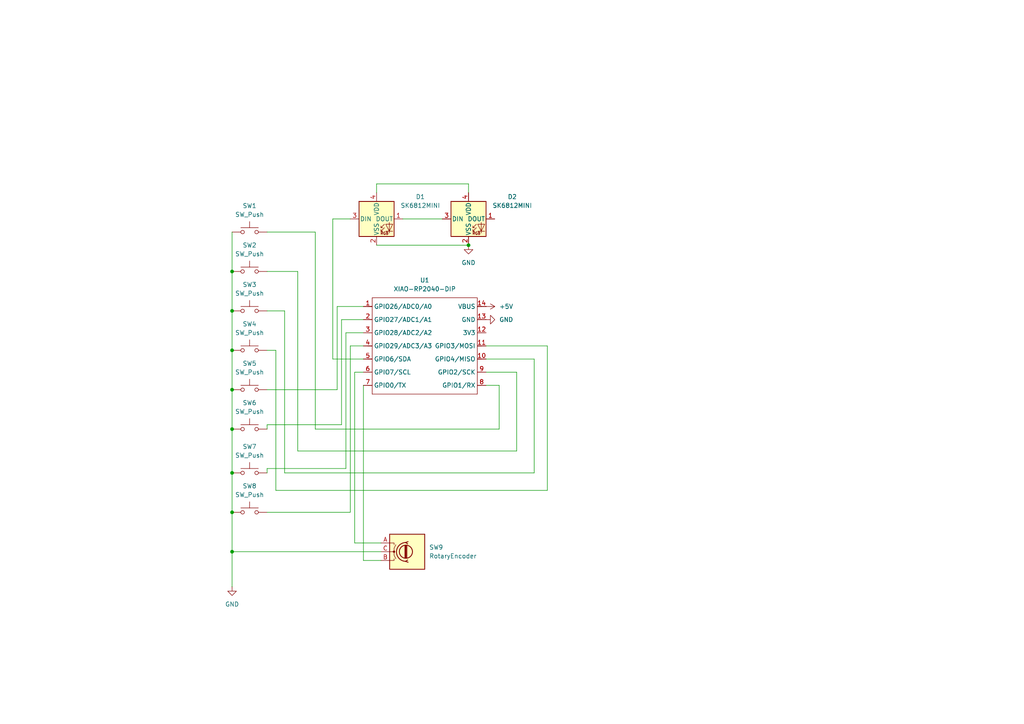
<source format=kicad_sch>
(kicad_sch (version 20250114) (generator "eeschema") (generator_version "9.0")
  (paper "A4")
  (lib_symbols
    (symbol "Device:RotaryEncoder" (pin_names (offset 0.254) (hide yes))
      (property "Reference" "SW" (at 0 6.604 0))
      (property "Value" "RotaryEncoder" (at 0 -6.604 0))
      (symbol "RotaryEncoder_0_1"
        (rectangle (start -5.08 5.08) (end 5.08 -5.08) (stroke (width 0.254)) (fill (type background)))
        (polyline (pts (xy -5.08 2.54) (xy -3.81 2.54) (xy -3.81 2.032)))
        (polyline (pts (xy -5.08 0) (xy -3.81 0) (xy -3.81 -1.016) (xy -3.302 -2.032)))
        (polyline (pts (xy -5.08 -2.54) (xy -3.81 -2.54) (xy -3.81 -2.032)))
        (polyline (pts (xy -4.318 0) (xy -3.81 0) (xy -3.81 1.016) (xy -3.302 2.032)))
        (circle (center -3.81 0) (radius 0.254) (fill (type outline)))
        (polyline (pts (xy -0.635 -1.778) (xy -0.635 1.778)) (stroke (width 0.254)))
        (circle (center -0.381 0) (radius 1.905) (stroke (width 0.254)))
        (polyline (pts (xy -0.381 -1.778) (xy -0.381 1.778)) (stroke (width 0.254)))
        (arc (start -0.381 -2.794) (mid -3.0988 -0.0635) (end -0.381 2.667) (stroke (width 0.254)))
        (polyline (pts (xy -0.127 1.778) (xy -0.127 -1.778)) (stroke (width 0.254)))
        (polyline (pts (xy 0.254 2.921) (xy -0.508 2.667) (xy 0.127 2.286)) (stroke (width 0.254)))
        (polyline (pts (xy 0.254 -3.048) (xy -0.508 -2.794) (xy 0.127 -2.413)) (stroke (width 0.254)))
      )
      (symbol "RotaryEncoder_1_1"
        (pin passive line (at -7.62 2.54 0) (length 2.54) (name "A") (number "A"))
        (pin passive line (at -7.62 0 0) (length 2.54) (name "C") (number "C"))
        (pin passive line (at -7.62 -2.54 0) (length 2.54) (name "B") (number "B"))
      )
    )
    (symbol "LED:SK6812MINI" (pin_names (offset 0.254))
      (property "Reference" "D" (at 5.08 5.715 0))
      (property "Value" "SK6812MINI" (at 1.27 -5.715 0))
      (symbol "SK6812MINI_0_0"
        (text "RGB" (at 2.286 -4.191 0) (effects (font (size 0.762 0.762))))
      )
      (symbol "SK6812MINI_0_1"
        (polyline (pts (xy 1.27 -2.54) (xy 1.778 -2.54)))
        (polyline (pts (xy 1.27 -3.556) (xy 1.778 -3.556)))
        (polyline (pts (xy 2.286 -1.524) (xy 1.27 -2.54) (xy 1.27 -2.032)))
        (polyline (pts (xy 2.286 -2.54) (xy 1.27 -3.556) (xy 1.27 -3.048)))
        (polyline (pts (xy 3.683 -1.016) (xy 3.683 -3.556) (xy 3.683 -4.064)))
        (polyline (pts (xy 4.699 -1.524) (xy 2.667 -1.524) (xy 3.683 -3.556) (xy 4.699 -1.524)))
        (polyline (pts (xy 4.699 -3.556) (xy 2.667 -3.556)))
        (rectangle (start 5.08 5.08) (end -5.08 -5.08) (stroke (width 0.254)) (fill (type background)))
      )
      (symbol "SK6812MINI_1_1"
        (pin input line (at -7.62 0 0) (length 2.54) (name "DIN") (number "3"))
        (pin power_in line (at 0 7.62 270) (length 2.54) (name "VDD") (number "4"))
        (pin power_in line (at 0 -7.62 90) (length 2.54) (name "VSS") (number "2"))
        (pin output line (at 7.62 0 180) (length 2.54) (name "DOUT") (number "1"))
      )
    )
    (symbol "OPL:XIAO-RP2040-DIP"
      (property "Reference" "U" (at 0 0 0))
      (property "Value" "XIAO-RP2040-DIP" (at 5.334 -1.778 0))
      (symbol "XIAO-RP2040-DIP_1_0"
        (polyline (pts (xy -1.27 -2.54) (xy 29.21 -2.54)) (stroke (width 0.1524)))
        (polyline (pts (xy -1.27 -5.08) (xy -2.54 -5.08)) (stroke (width 0.1524)))
        (polyline (pts (xy -1.27 -5.08) (xy -1.27 -2.54)) (stroke (width 0.1524)))
        (polyline (pts (xy -1.27 -8.89) (xy -2.54 -8.89)) (stroke (width 0.1524)))
        (polyline (pts (xy -1.27 -8.89) (xy -1.27 -5.08)) (stroke (width 0.1524)))
        (polyline (pts (xy -1.27 -12.7) (xy -2.54 -12.7)) (stroke (width 0.1524)))
        (polyline (pts (xy -1.27 -12.7) (xy -1.27 -8.89)) (stroke (width 0.1524)))
        (polyline (pts (xy -1.27 -16.51) (xy -2.54 -16.51)) (stroke (width 0.1524)))
        (polyline (pts (xy -1.27 -16.51) (xy -1.27 -12.7)) (stroke (width 0.1524)))
        (polyline (pts (xy -1.27 -20.32) (xy -2.54 -20.32)) (stroke (width 0.1524)))
        (polyline (pts (xy -1.27 -24.13) (xy -2.54 -24.13)) (stroke (width 0.1524)))
        (polyline (pts (xy -1.27 -27.94) (xy -2.54 -27.94)) (stroke (width 0.1524)))
        (polyline (pts (xy -1.27 -30.48) (xy -1.27 -16.51)) (stroke (width 0.1524)))
        (polyline (pts (xy 29.21 -2.54) (xy 29.21 -5.08)) (stroke (width 0.1524)))
        (polyline (pts (xy 29.21 -5.08) (xy 29.21 -8.89)) (stroke (width 0.1524)))
        (polyline (pts (xy 29.21 -8.89) (xy 29.21 -12.7)) (stroke (width 0.1524)))
        (polyline (pts (xy 29.21 -12.7) (xy 29.21 -30.48)) (stroke (width 0.1524)))
        (polyline (pts (xy 29.21 -30.48) (xy -1.27 -30.48)) (stroke (width 0.1524)))
        (polyline (pts (xy 30.48 -5.08) (xy 29.21 -5.08)) (stroke (width 0.1524)))
        (polyline (pts (xy 30.48 -8.89) (xy 29.21 -8.89)) (stroke (width 0.1524)))
        (polyline (pts (xy 30.48 -12.7) (xy 29.21 -12.7)) (stroke (width 0.1524)))
        (polyline (pts (xy 30.48 -16.51) (xy 29.21 -16.51)) (stroke (width 0.1524)))
        (polyline (pts (xy 30.48 -20.32) (xy 29.21 -20.32)) (stroke (width 0.1524)))
        (polyline (pts (xy 30.48 -24.13) (xy 29.21 -24.13)) (stroke (width 0.1524)))
        (polyline (pts (xy 30.48 -27.94) (xy 29.21 -27.94)) (stroke (width 0.1524)))
        (pin passive line (at -3.81 -5.08 0) (length 2.54) (name "GPIO26/ADC0/A0") (number "1"))
        (pin passive line (at -3.81 -8.89 0) (length 2.54) (name "GPIO27/ADC1/A1") (number "2"))
        (pin passive line (at -3.81 -12.7 0) (length 2.54) (name "GPIO28/ADC2/A2") (number "3"))
        (pin passive line (at -3.81 -16.51 0) (length 2.54) (name "GPIO29/ADC3/A3") (number "4"))
        (pin passive line (at -3.81 -20.32 0) (length 2.54) (name "GPIO6/SDA") (number "5"))
        (pin passive line (at -3.81 -24.13 0) (length 2.54) (name "GPIO7/SCL") (number "6"))
        (pin passive line (at -3.81 -27.94 0) (length 2.54) (name "GPIO0/TX") (number "7"))
        (pin passive line (at 31.75 -5.08 180) (length 2.54) (name "VBUS") (number "14"))
        (pin passive line (at 31.75 -8.89 180) (length 2.54) (name "GND") (number "13"))
        (pin passive line (at 31.75 -12.7 180) (length 2.54) (name "3V3") (number "12"))
        (pin passive line (at 31.75 -16.51 180) (length 2.54) (name "GPIO3/MOSI") (number "11"))
        (pin passive line (at 31.75 -20.32 180) (length 2.54) (name "GPIO4/MISO") (number "10"))
        (pin passive line (at 31.75 -24.13 180) (length 2.54) (name "GPIO2/SCK") (number "9"))
        (pin passive line (at 31.75 -27.94 180) (length 2.54) (name "GPIO1/RX") (number "8"))
      )
    )
    (symbol "Switch:SW_Push" (pin_numbers (hide yes)) (pin_names (offset 1.016) (hide yes))
      (property "Reference" "SW" (at 1.27 2.54 0))
      (property "Value" "SW_Push" (at 0 -1.524 0))
      (symbol "SW_Push_0_1"
        (circle (center -2.032 0) (radius 0.508))
        (polyline (pts (xy 0 1.27) (xy 0 3.048)))
        (circle (center 2.032 0) (radius 0.508))
        (polyline (pts (xy 2.54 1.27) (xy -2.54 1.27)))
        (pin passive line (at -5.08 0 0) (length 2.54) (name "1") (number "1"))
        (pin passive line (at 5.08 0 180) (length 2.54) (name "2") (number "2"))
      )
    )
    (symbol "power:+5V" (power) (pin_numbers (hide yes)) (pin_names (offset 0) (hide yes))
      (property "Value" "+5V" (at 0 3.556 0))
      (symbol "+5V_0_1"
        (polyline (pts (xy -0.762 1.27) (xy 0 2.54)))
        (polyline (pts (xy 0 2.54) (xy 0.762 1.27)))
        (polyline (pts (xy 0 0) (xy 0 2.54)))
      )
      (symbol "+5V_1_1"
        (pin power_in line (at 0 0 90) (length 0) (name "~") (number "1"))
      )
    )
    (symbol "power:GND" (power) (pin_numbers (hide yes)) (pin_names (offset 0) (hide yes))
      (property "Value" "GND" (at 0 -3.81 0))
      (symbol "GND_0_1"
        (polyline (pts (xy 0 0) (xy 0 -1.27) (xy 1.27 -1.27) (xy 0 -2.54) (xy -1.27 -1.27) (xy 0 -1.27)))
      )
      (symbol "GND_1_1"
        (pin power_in line (at 0 0 270) (length 0) (name "~") (number "1"))
      )
    )
  )
  (junction (at 67.31 160.02))
  (junction (at 67.31 137.16))
  (junction (at 135.89 71.12))
  (junction (at 67.31 113.03))
  (junction (at 67.31 78.74))
  (junction (at 67.31 124.46))
  (junction (at 67.31 90.17))
  (junction (at 67.31 101.6))
  (junction (at 67.31 148.59))
  (wire (pts (xy 140.97 104.14) (xy 154.94 104.14)))
  (wire (pts (xy 82.55 137.16) (xy 82.55 90.17)))
  (wire (pts (xy 144.78 111.76) (xy 144.78 124.46)))
  (wire (pts (xy 91.44 67.31) (xy 91.44 124.46)))
  (wire (pts (xy 140.97 111.76) (xy 144.78 111.76)))
  (wire (pts (xy 101.6 100.33) (xy 101.6 148.59)))
  (wire (pts (xy 109.22 53.34) (xy 109.22 55.88)))
  (wire (pts (xy 67.31 137.16) (xy 67.31 148.59)))
  (wire (pts (xy 67.31 160.02) (xy 110.49 160.02)))
  (wire (pts (xy 67.31 90.17) (xy 67.31 101.6)))
  (wire (pts (xy 109.22 53.34) (xy 135.89 53.34)))
  (wire (pts (xy 67.31 78.74) (xy 67.31 90.17)))
  (wire (pts (xy 80.01 101.6) (xy 77.47 101.6)))
  (wire (pts (xy 105.41 88.9) (xy 97.79 88.9)))
  (wire (pts (xy 154.94 104.14) (xy 154.94 137.16)))
  (wire (pts (xy 109.22 71.12) (xy 135.89 71.12)))
  (wire (pts (xy 149.86 130.81) (xy 86.36 130.81)))
  (wire (pts (xy 102.87 157.48) (xy 102.87 107.95)))
  (wire (pts (xy 67.31 148.59) (xy 67.31 160.02)))
  (wire (pts (xy 67.31 101.6) (xy 67.31 113.03)))
  (wire (pts (xy 80.01 142.24) (xy 80.01 101.6)))
  (wire (pts (xy 105.41 100.33) (xy 101.6 100.33)))
  (wire (pts (xy 135.89 53.34) (xy 135.89 55.88)))
  (wire (pts (xy 110.49 162.56) (xy 105.41 162.56)))
  (wire (pts (xy 116.84 63.5) (xy 128.27 63.5)))
  (wire (pts (xy 140.97 100.33) (xy 158.75 100.33)))
  (wire (pts (xy 105.41 104.14) (xy 96.52 104.14)))
  (wire (pts (xy 82.55 90.17) (xy 77.47 90.17)))
  (wire (pts (xy 101.6 148.59) (xy 77.47 148.59)))
  (wire (pts (xy 96.52 63.5) (xy 101.6 63.5)))
  (wire (pts (xy 67.31 124.46) (xy 67.31 137.16)))
  (wire (pts (xy 77.47 135.89) (xy 77.47 137.16)))
  (wire (pts (xy 67.31 160.02) (xy 67.31 170.18)))
  (wire (pts (xy 105.41 111.76) (xy 105.41 162.56)))
  (wire (pts (xy 96.52 104.14) (xy 96.52 63.5)))
  (wire (pts (xy 97.79 88.9) (xy 97.79 113.03)))
  (wire (pts (xy 140.97 107.95) (xy 149.86 107.95)))
  (wire (pts (xy 100.33 96.52) (xy 100.33 135.89)))
  (wire (pts (xy 154.94 137.16) (xy 82.55 137.16)))
  (wire (pts (xy 67.31 67.31) (xy 67.31 78.74)))
  (wire (pts (xy 158.75 100.33) (xy 158.75 142.24)))
  (wire (pts (xy 99.06 92.71) (xy 99.06 123.19)))
  (wire (pts (xy 144.78 124.46) (xy 91.44 124.46)))
  (wire (pts (xy 110.49 157.48) (xy 102.87 157.48)))
  (wire (pts (xy 86.36 78.74) (xy 77.47 78.74)))
  (wire (pts (xy 105.41 92.71) (xy 99.06 92.71)))
  (wire (pts (xy 77.47 67.31) (xy 91.44 67.31)))
  (wire (pts (xy 67.31 113.03) (xy 67.31 124.46)))
  (wire (pts (xy 149.86 107.95) (xy 149.86 130.81)))
  (wire (pts (xy 86.36 130.81) (xy 86.36 78.74)))
  (wire (pts (xy 158.75 142.24) (xy 80.01 142.24)))
  (wire (pts (xy 99.06 123.19) (xy 77.47 123.19)))
  (wire (pts (xy 105.41 96.52) (xy 100.33 96.52)))
  (wire (pts (xy 77.47 123.19) (xy 77.47 124.46)))
  (wire (pts (xy 97.79 113.03) (xy 77.47 113.03)))
  (wire (pts (xy 102.87 107.95) (xy 105.41 107.95)))
  (wire (pts (xy 100.33 135.89) (xy 77.47 135.89)))
  (symbol (lib_id "OPL:XIAO-RP2040-DIP") (at 109.22 83.82 0) (unit 1)
    (property "Reference" "U1" (at 123.19 81.28 0))
    (property "Value" "XIAO-RP2040-DIP" (at 123.19 83.82 0))
    (property "Footprint" "OPL:XIAO-RP2040-DIP" (effects (hide yes)))
  )
  (symbol (lib_id "Switch:SW_Push") (at 72.39 78.74 0) (unit 1)
    (property "Reference" "SW2" (at 72.39 71.12 0))
    (property "Value" "SW_Push" (at 72.39 73.66 0))
    (property "Footprint" "Button_Switch_Keyboard:SW_Cherry_MX_1.00u_PCB" (effects (hide yes)))
    (property "Description" "Push button switch, generic, two pins" (effects (hide yes)))
  )
  (symbol (lib_id "LED:SK6812MINI") (at 135.89 63.5 0) (unit 1)
    (property "Reference" "D2" (at 148.59 57.0798 0))
    (property "Value" "SK6812MINI" (at 148.59 59.6198 0))
    (property "Footprint" "LED_SMD:LED_SK6812MINI_PLCC4_3.5x3.5mm_P1.75mm" (effects (hide yes)))
    (property "Datasheet" "https://cdn-shop.adafruit.com/product-files/2686/SK6812MINI_REV.01-1-2.pdf" (effects (hide yes)))
    (property "Description" "RGB LED with integrated controller" (effects (hide yes)))
  )
  (symbol (lib_id "power:GND") (at 140.97 92.71 90) (unit 1)
    (property "Reference" "#PWR02" (effects (hide yes)))
    (property "Value" "GND" (at 144.78 92.7099 90) (effects (justify right)))
    (property "Description" "Power symbol creates a global label with name \"GND\" , ground" (effects (hide yes)))
  )
  (symbol (lib_id "power:GND") (at 135.89 71.12 0) (unit 1)
    (property "Reference" "#PWR03" (effects (hide yes)))
    (property "Value" "GND" (at 135.89 76.2 0))
    (property "Description" "Power symbol creates a global label with name \"GND\" , ground" (effects (hide yes)))
  )
  (symbol (lib_id "Switch:SW_Push") (at 72.39 113.03 0) (unit 1)
    (property "Reference" "SW5" (at 72.39 105.41 0))
    (property "Value" "SW_Push" (at 72.39 107.95 0))
    (property "Footprint" "Button_Switch_Keyboard:SW_Cherry_MX_1.00u_PCB" (effects (hide yes)))
    (property "Description" "Push button switch, generic, two pins" (effects (hide yes)))
  )
  (symbol (lib_id "power:+5V") (at 140.97 88.9 270) (unit 1)
    (property "Reference" "#PWR01" (effects (hide yes)))
    (property "Value" "+5V" (at 144.78 88.8999 90) (effects (justify left)))
    (property "Description" "Power symbol creates a global label with name \"+5V\"" (effects (hide yes)))
  )
  (symbol (lib_id "Switch:SW_Push") (at 72.39 101.6 0) (unit 1)
    (property "Reference" "SW4" (at 72.39 93.98 0))
    (property "Value" "SW_Push" (at 72.39 96.52 0))
    (property "Footprint" "Button_Switch_Keyboard:SW_Cherry_MX_1.00u_PCB" (effects (hide yes)))
    (property "Description" "Push button switch, generic, two pins" (effects (hide yes)))
  )
  (symbol (lib_id "Switch:SW_Push") (at 72.39 124.46 0) (unit 1)
    (property "Reference" "SW6" (at 72.39 116.84 0))
    (property "Value" "SW_Push" (at 72.39 119.38 0))
    (property "Footprint" "Button_Switch_Keyboard:SW_Cherry_MX_1.00u_PCB" (effects (hide yes)))
    (property "Description" "Push button switch, generic, two pins" (effects (hide yes)))
  )
  (symbol (lib_id "Switch:SW_Push") (at 72.39 67.31 0) (unit 1)
    (property "Reference" "SW1" (at 72.39 59.69 0))
    (property "Value" "SW_Push" (at 72.39 62.23 0))
    (property "Footprint" "Button_Switch_Keyboard:SW_Cherry_MX_1.00u_PCB" (effects (hide yes)))
    (property "Description" "Push button switch, generic, two pins" (effects (hide yes)))
  )
  (symbol (lib_id "Switch:SW_Push") (at 72.39 90.17 0) (unit 1)
    (property "Reference" "SW3" (at 72.39 82.55 0))
    (property "Value" "SW_Push" (at 72.39 85.09 0))
    (property "Footprint" "Button_Switch_Keyboard:SW_Cherry_MX_1.00u_PCB" (effects (hide yes)))
    (property "Description" "Push button switch, generic, two pins" (effects (hide yes)))
  )
  (symbol (lib_id "Switch:SW_Push") (at 72.39 148.59 0) (unit 1)
    (property "Reference" "SW8" (at 72.39 140.97 0))
    (property "Value" "SW_Push" (at 72.39 143.51 0))
    (property "Footprint" "Button_Switch_Keyboard:SW_Cherry_MX_1.00u_PCB" (effects (hide yes)))
    (property "Description" "Push button switch, generic, two pins" (effects (hide yes)))
  )
  (symbol (lib_id "Device:RotaryEncoder") (at 118.11 160.02 0) (unit 1)
    (property "Reference" "SW9" (at 124.46 158.7499 0) (effects (justify left)))
    (property "Value" "RotaryEncoder" (at 124.46 161.2899 0) (effects (justify left)))
    (property "Footprint" "Rotary_Encoder:RotaryEncoder_Alps_EC11E-Switch_Vertical_H20mm_CircularMountingHoles" (effects (hide yes)))
    (property "Description" "Rotary encoder, dual channel, incremental quadrate outputs" (effects (hide yes)))
  )
  (symbol (lib_id "power:GND") (at 67.31 170.18 0) (unit 1)
    (property "Reference" "#PWR04" (effects (hide yes)))
    (property "Value" "GND" (at 67.31 175.26 0))
    (property "Description" "Power symbol creates a global label with name \"GND\" , ground" (effects (hide yes)))
  )
  (symbol (lib_id "Switch:SW_Push") (at 72.39 137.16 0) (unit 1)
    (property "Reference" "SW7" (at 72.39 129.54 0))
    (property "Value" "SW_Push" (at 72.39 132.08 0))
    (property "Footprint" "Button_Switch_Keyboard:SW_Cherry_MX_1.00u_PCB" (effects (hide yes)))
    (property "Description" "Push button switch, generic, two pins" (effects (hide yes)))
  )
  (symbol (lib_id "LED:SK6812MINI") (at 109.22 63.5 0) (unit 1)
    (property "Reference" "D1" (at 121.92 57.0798 0))
    (property "Value" "SK6812MINI" (at 121.92 59.6198 0))
    (property "Footprint" "LED_SMD:LED_SK6812MINI_PLCC4_3.5x3.5mm_P1.75mm" (effects (hide yes)))
    (property "Datasheet" "https://cdn-shop.adafruit.com/product-files/2686/SK6812MINI_REV.01-1-2.pdf" (effects (hide yes)))
    (property "Description" "RGB LED with integrated controller" (effects (hide yes)))
  )
)
</source>
